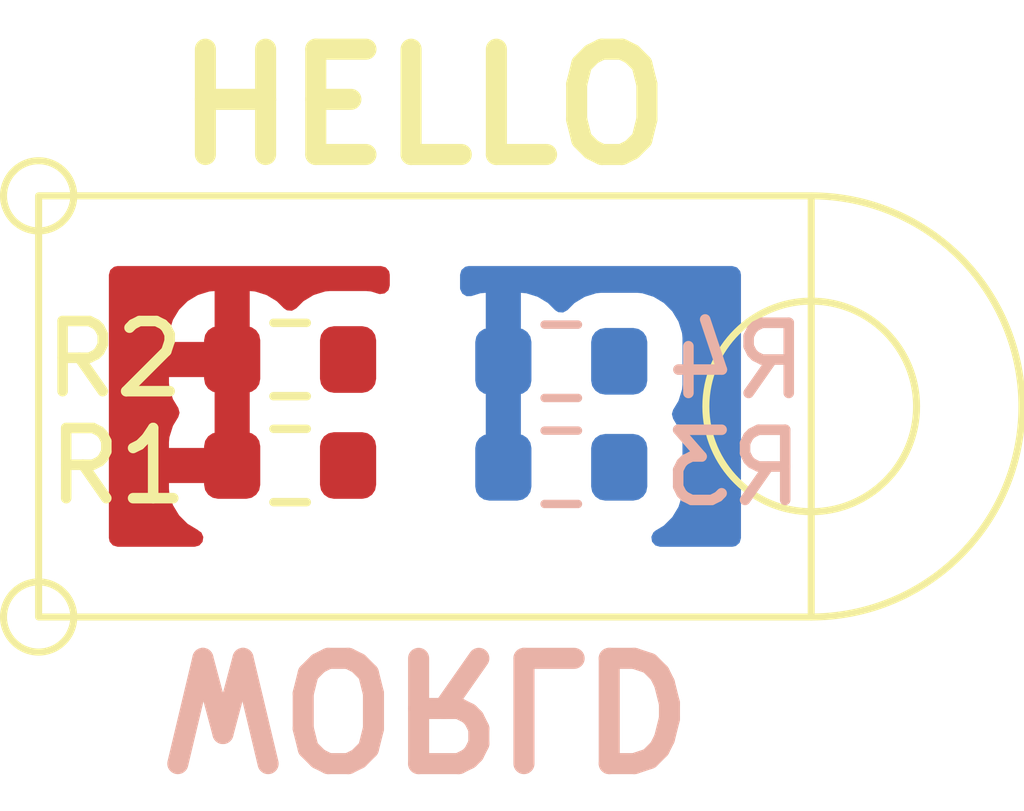
<source format=kicad_pcb>
(kicad_pcb (version 20241229) (generator "pcbnew") (generator_version "9.0")
  (layers (0 "F.Cu" signal) (2 "B.Cu" signal) (13 "F.Paste" user) (15 "B.Paste" user) (5 "F.SilkS" user "F.Silkscreen") (7 "B.SilkS" user "B.Silkscreen") (1 "F.Mask" user) (3 "B.Mask" user) (25 "Edge.Cuts" user))
  (net 0 "")
  (net 1 "P1")
  (net 2 "P2")
  (footprint "R_0603_1608Metric:R_0603_1608Metric" (layer "F.Cu") (at 172.2406 88.8018)
    (property "Reference" "R2" (at -2.5008 -0.0034 0) (layer "F.SilkS"))
    (property "Value" "1k" (hide yes))
    (fp_line (start -0.237258 -0.5225) (end 0.237258 -0.5225) (stroke (width 0.12)) (layer "F.SilkS"))
    (fp_line (start -0.237258 0.5225) (end 0.237258 0.5225) (stroke (width 0.12)) (layer "F.SilkS"))
    (pad "1" smd roundrect (at -0.825 0) (size 0.8 0.95) (layers "F.Cu" "F.Mask" "F.Paste") (net 1 "P1"))
    (pad "2" smd roundrect (at 0.825 0) (size 0.8 0.95) (layers "F.Cu" "F.Mask" "F.Paste") (net 2 "P2"))
  )
  (footprint "R_0603_1608Metric:R_0603_1608Metric" (layer "F.Cu") (at 172.2406 90.3118)
    (property "Reference" "R1" (at -2.45 0.0106 0) (layer "F.SilkS"))
    (property "Value" "1k" (hide yes))
    (fp_line (start -0.237258 -0.5225) (end 0.237258 -0.5225) (stroke (width 0.12)) (layer "F.SilkS"))
    (fp_line (start -0.237258 0.5225) (end 0.237258 0.5225) (stroke (width 0.12)) (layer "F.SilkS"))
    (pad "1" smd roundrect (at -0.825 0) (size 0.8 0.95) (layers "F.Cu" "F.Mask" "F.Paste") (net 1 "P1"))
    (pad "2" smd roundrect (at 0.825 0) (size 0.8 0.95) (layers "F.Cu" "F.Mask" "F.Paste") (net 2 "P2"))
  )
  (footprint "R_0603_1608Metric:R_0603_1608Metric" (layer "B.Cu") (at 176.1014 90.3372 180)
    (property "Reference" "R3" (at -2.45 -0.0106 0) (layer "B.SilkS") (effects (justify mirror)))
    (property "Value" "1k" (hide yes))
    (fp_line (start -0.237258 0.5225) (end 0.237258 0.5225) (stroke (width 0.12)) (layer "B.SilkS"))
    (fp_line (start -0.237258 -0.5225) (end 0.237258 -0.5225) (stroke (width 0.12)) (layer "B.SilkS"))
    (pad "1" smd roundrect (at -0.825 0 180) (size 0.8 0.95) (layers "B.Cu" "B.Mask" "B.Paste") (net 1 "P1"))
    (pad "2" smd roundrect (at 0.825 0 180) (size 0.8 0.95) (layers "B.Cu" "B.Mask" "B.Paste") (net 2 "P2"))
  )
  (footprint "R_0603_1608Metric:R_0603_1608Metric" (layer "B.Cu") (at 176.101401 88.827199 180)
    (property "Reference" "R4" (at -2.5008 0.0034 0) (layer "B.SilkS") (effects (justify mirror)))
    (property "Value" "1k" (hide yes))
    (fp_line (start -0.237258 0.5225) (end 0.237258 0.5225) (stroke (width 0.12)) (layer "B.SilkS"))
    (fp_line (start -0.237258 -0.5225) (end 0.237258 -0.5225) (stroke (width 0.12)) (layer "B.SilkS"))
    (pad "1" smd roundrect (at -0.825 0 180) (size 0.8 0.95) (layers "B.Cu" "B.Mask" "B.Paste") (net 1 "P1"))
    (pad "2" smd roundrect (at 0.825 0 180) (size 0.8 0.95) (layers "B.Cu" "B.Mask" "B.Paste") (net 2 "P2"))
  )
  (gr_circle (center 168.66 86.47) (end 169.16 86.47) (stroke (width 0.1)) (fill no) (layer "F.SilkS"))
  (gr_arc (start 179.66 86.47) (mid 182.66 89.47) (end 179.66 92.47) (stroke (width 0.1)) (layer "F.SilkS"))
  (gr_circle (center 179.66 89.47) (end 181.16 89.47) (stroke (width 0.1)) (fill no) (layer "F.SilkS"))
  (gr_circle (center 168.66 92.47) (end 169.16 92.47) (stroke (width 0.1)) (fill no) (layer "F.SilkS"))
  (gr_rect (start 168.66 86.47) (end 179.66 92.47) (stroke (width 0.1)) (fill no) (layer "F.SilkS"))
  (gr_text "HELLO" (at 170.48 86.08 0) (layer "F.SilkS") (effects (font (size 1.5 1.5) (thickness 0.3) (bold yes)) (justify left bottom)))
  (gr_text "WORLD" (at 170.23 92.86 180) (layer "B.SilkS") (effects (font (size 1.5 1.5) (thickness 0.3) (bold yes)) (justify left bottom mirror)))
  (zone (net 1) (net_name "P1") (layer "F.Cu") (connect_pads (clearance 0.5)) (min_thickness 0.25) (fill yes (thermal_gap 0.5) (thermal_bridge_width 0.5))
    (polygon (pts (xy 169.66 87.47) (xy 173.66 87.47) (xy 173.66 91.47) (xy 169.66 91.47)))
  )
  (zone (net 2) (net_name "P2") (layer "B.Cu") (priority 1) (connect_pads (clearance 0.5)) (min_thickness 0.25) (fill yes (thermal_gap 0.5) (thermal_bridge_width 0.5))
    (polygon (pts (xy 174.66 87.47) (xy 178.66 87.47) (xy 178.66 91.47) (xy 174.66 91.47)))
  )
)
</source>
